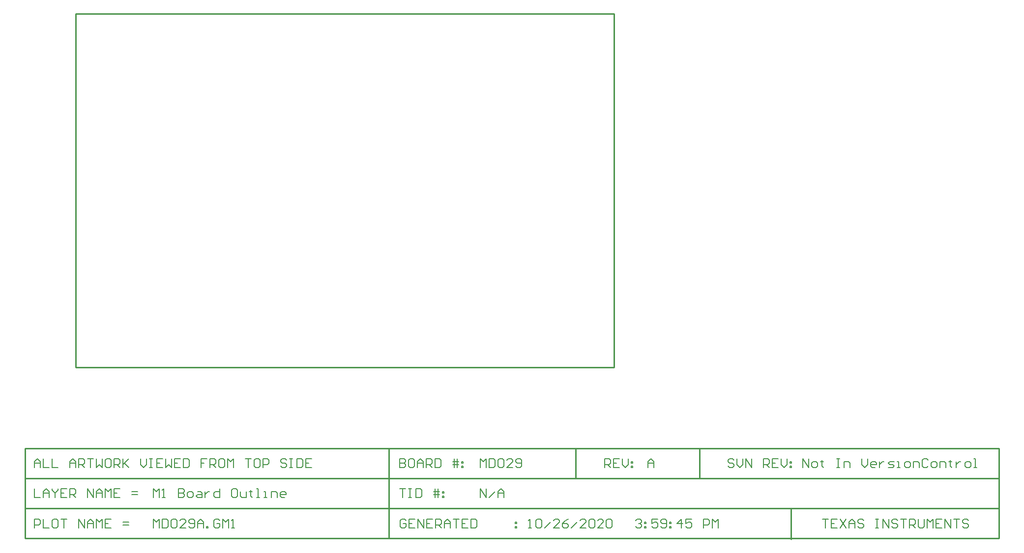
<source format=gm1>
G04*
G04 #@! TF.GenerationSoftware,Altium Limited,Altium Designer,18.1.9 (240)*
G04*
G04 Layer_Color=11296232*
%FSAX44Y44*%
%MOMM*%
G71*
G01*
G75*
%ADD15C,0.2032*%
%ADD16C,0.2540*%
G54D15*
X00322326Y00171579D02*
Y00186814D01*
X00327404Y00181735D01*
X00332483Y00186814D01*
Y00171579D01*
X00337561D02*
X00342639D01*
X00340100D01*
Y00186814D01*
X00337561Y00184275D01*
X00365492Y00186814D02*
Y00171579D01*
X00373110D01*
X00375649Y00174118D01*
Y00176657D01*
X00373110Y00179196D01*
X00365492D01*
X00373110D01*
X00375649Y00181735D01*
Y00184275D01*
X00373110Y00186814D01*
X00365492D01*
X00383266Y00171579D02*
X00388345D01*
X00390884Y00174118D01*
Y00179196D01*
X00388345Y00181735D01*
X00383266D01*
X00380727Y00179196D01*
Y00174118D01*
X00383266Y00171579D01*
X00398501Y00181735D02*
X00403580D01*
X00406119Y00179196D01*
Y00171579D01*
X00398501D01*
X00395962Y00174118D01*
X00398501Y00176657D01*
X00406119D01*
X00411197Y00181735D02*
Y00171579D01*
Y00176657D01*
X00413736Y00179196D01*
X00416276Y00181735D01*
X00418815D01*
X00436589Y00186814D02*
Y00171579D01*
X00428971D01*
X00426432Y00174118D01*
Y00179196D01*
X00428971Y00181735D01*
X00436589D01*
X00464520Y00186814D02*
X00459442D01*
X00456903Y00184275D01*
Y00174118D01*
X00459442Y00171579D01*
X00464520D01*
X00467059Y00174118D01*
Y00184275D01*
X00464520Y00186814D01*
X00472137Y00181735D02*
Y00174118D01*
X00474677Y00171579D01*
X00482294D01*
Y00181735D01*
X00489912Y00184275D02*
Y00181735D01*
X00487373D01*
X00492451D01*
X00489912D01*
Y00174118D01*
X00492451Y00171579D01*
X00500069D02*
X00505147D01*
X00502608D01*
Y00186814D01*
X00500069D01*
X00512764Y00171579D02*
X00517843D01*
X00515304D01*
Y00181735D01*
X00512764D01*
X00525460Y00171579D02*
Y00181735D01*
X00533078D01*
X00535617Y00179196D01*
Y00171579D01*
X00548313D02*
X00543234D01*
X00540695Y00174118D01*
Y00179196D01*
X00543234Y00181735D01*
X00548313D01*
X00550852Y00179196D01*
Y00176657D01*
X00540695D01*
X00885317Y00171450D02*
Y00186685D01*
X00895474Y00171450D01*
Y00186685D01*
X00900552Y00171450D02*
X00910709Y00181607D01*
X00915787Y00171450D02*
Y00181607D01*
X00920865Y00186685D01*
X00925944Y00181607D01*
Y00171450D01*
Y00179067D01*
X00915787D01*
X00746760Y00186685D02*
X00756917D01*
X00751838D01*
Y00171450D01*
X00761995Y00186685D02*
X00767073D01*
X00764534D01*
Y00171450D01*
X00761995D01*
X00767073D01*
X00774691Y00186685D02*
Y00171450D01*
X00782309D01*
X00784848Y00173989D01*
Y00184146D01*
X00782309Y00186685D01*
X00774691D01*
X00807700Y00171450D02*
Y00186685D01*
X00812779D02*
Y00171450D01*
X00805161Y00181607D02*
X00812779D01*
X00815318D01*
X00805161Y00176528D02*
X00815318D01*
X00820396Y00181607D02*
X00822935D01*
Y00179067D01*
X00820396D01*
Y00181607D01*
Y00173989D02*
X00822935D01*
Y00171450D01*
X00820396D01*
Y00173989D01*
X01474470Y00134530D02*
X01484627D01*
X01479548D01*
Y00119295D01*
X01499862Y00134530D02*
X01489705D01*
Y00119295D01*
X01499862D01*
X01489705Y00126912D02*
X01494783D01*
X01504940Y00134530D02*
X01515097Y00119295D01*
Y00134530D02*
X01504940Y00119295D01*
X01520175D02*
Y00129452D01*
X01525254Y00134530D01*
X01530332Y00129452D01*
Y00119295D01*
Y00126912D01*
X01520175D01*
X01545567Y00131991D02*
X01543028Y00134530D01*
X01537950D01*
X01535410Y00131991D01*
Y00129452D01*
X01537950Y00126912D01*
X01543028D01*
X01545567Y00124373D01*
Y00121834D01*
X01543028Y00119295D01*
X01537950D01*
X01535410Y00121834D01*
X01565880Y00134530D02*
X01570959D01*
X01568420D01*
Y00119295D01*
X01565880D01*
X01570959D01*
X01578576D02*
Y00134530D01*
X01588733Y00119295D01*
Y00134530D01*
X01603968Y00131991D02*
X01601429Y00134530D01*
X01596351D01*
X01593811Y00131991D01*
Y00129452D01*
X01596351Y00126912D01*
X01601429D01*
X01603968Y00124373D01*
Y00121834D01*
X01601429Y00119295D01*
X01596351D01*
X01593811Y00121834D01*
X01609046Y00134530D02*
X01619203D01*
X01614125D01*
Y00119295D01*
X01624281D02*
Y00134530D01*
X01631899D01*
X01634438Y00131991D01*
Y00126912D01*
X01631899Y00124373D01*
X01624281D01*
X01629360D02*
X01634438Y00119295D01*
X01639517Y00134530D02*
Y00121834D01*
X01642056Y00119295D01*
X01647134D01*
X01649673Y00121834D01*
Y00134530D01*
X01654752Y00119295D02*
Y00134530D01*
X01659830Y00129452D01*
X01664908Y00134530D01*
Y00119295D01*
X01680143Y00134530D02*
X01669987D01*
Y00119295D01*
X01680143D01*
X01669987Y00126912D02*
X01675065D01*
X01685222Y00119295D02*
Y00134530D01*
X01695379Y00119295D01*
Y00134530D01*
X01700457D02*
X01710614D01*
X01705535D01*
Y00119295D01*
X01725849Y00131991D02*
X01723309Y00134530D01*
X01718231D01*
X01715692Y00131991D01*
Y00129452D01*
X01718231Y00126912D01*
X01723309D01*
X01725849Y00124373D01*
Y00121834D01*
X01723309Y00119295D01*
X01718231D01*
X01715692Y00121834D01*
X01153287Y00131991D02*
X01155826Y00134530D01*
X01160904D01*
X01163444Y00131991D01*
Y00129452D01*
X01160904Y00126912D01*
X01158365D01*
X01160904D01*
X01163444Y00124373D01*
Y00121834D01*
X01160904Y00119295D01*
X01155826D01*
X01153287Y00121834D01*
X01168522Y00129452D02*
X01171061D01*
Y00126912D01*
X01168522D01*
Y00129452D01*
Y00121834D02*
X01171061D01*
Y00119295D01*
X01168522D01*
Y00121834D01*
X01191375Y00134530D02*
X01181218D01*
Y00126912D01*
X01186296Y00129452D01*
X01188836D01*
X01191375Y00126912D01*
Y00121834D01*
X01188836Y00119295D01*
X01183757D01*
X01181218Y00121834D01*
X01196453D02*
X01198992Y00119295D01*
X01204071D01*
X01206610Y00121834D01*
Y00131991D01*
X01204071Y00134530D01*
X01198992D01*
X01196453Y00131991D01*
Y00129452D01*
X01198992Y00126912D01*
X01206610D01*
X01211688Y00129452D02*
X01214227D01*
Y00126912D01*
X01211688D01*
Y00129452D01*
Y00121834D02*
X01214227D01*
Y00119295D01*
X01211688D01*
Y00121834D01*
X01232001Y00119295D02*
Y00134530D01*
X01224384Y00126912D01*
X01234541D01*
X01249776Y00134530D02*
X01239619D01*
Y00126912D01*
X01244697Y00129452D01*
X01247237D01*
X01249776Y00126912D01*
Y00121834D01*
X01247237Y00119295D01*
X01242158D01*
X01239619Y00121834D01*
X01270089Y00119295D02*
Y00134530D01*
X01277707D01*
X01280246Y00131991D01*
Y00126912D01*
X01277707Y00124373D01*
X01270089D01*
X01285324Y00119295D02*
Y00134530D01*
X01290403Y00129452D01*
X01295481Y00134530D01*
Y00119295D01*
X00117729D02*
Y00134530D01*
X00125346D01*
X00127886Y00131991D01*
Y00126912D01*
X00125346Y00124373D01*
X00117729D01*
X00132964Y00134530D02*
Y00119295D01*
X00143121D01*
X00155817Y00134530D02*
X00150738D01*
X00148199Y00131991D01*
Y00121834D01*
X00150738Y00119295D01*
X00155817D01*
X00158356Y00121834D01*
Y00131991D01*
X00155817Y00134530D01*
X00163434D02*
X00173591D01*
X00168513D01*
Y00119295D01*
X00193904D02*
Y00134530D01*
X00204061Y00119295D01*
Y00134530D01*
X00209139Y00119295D02*
Y00129452D01*
X00214218Y00134530D01*
X00219296Y00129452D01*
Y00119295D01*
Y00126912D01*
X00209139D01*
X00224375Y00119295D02*
Y00134530D01*
X00229453Y00129452D01*
X00234531Y00134530D01*
Y00119295D01*
X00249766Y00134530D02*
X00239610D01*
Y00119295D01*
X00249766D01*
X00239610Y00126912D02*
X00244688D01*
X00270080Y00124373D02*
X00280236D01*
X00270080Y00129452D02*
X00280236D01*
X00117729Y00186814D02*
Y00171579D01*
X00127886D01*
X00132964D02*
Y00181735D01*
X00138042Y00186814D01*
X00143121Y00181735D01*
Y00171579D01*
Y00179196D01*
X00132964D01*
X00148199Y00186814D02*
Y00184275D01*
X00153278Y00179196D01*
X00158356Y00184275D01*
Y00186814D01*
X00153278Y00179196D02*
Y00171579D01*
X00173591Y00186814D02*
X00163434D01*
Y00171579D01*
X00173591D01*
X00163434Y00179196D02*
X00168513D01*
X00178669Y00171579D02*
Y00186814D01*
X00186287D01*
X00188826Y00184275D01*
Y00179196D01*
X00186287Y00176657D01*
X00178669D01*
X00183748D02*
X00188826Y00171579D01*
X00209139D02*
Y00186814D01*
X00219296Y00171579D01*
Y00186814D01*
X00224375Y00171579D02*
Y00181735D01*
X00229453Y00186814D01*
X00234531Y00181735D01*
Y00171579D01*
Y00179196D01*
X00224375D01*
X00239610Y00171579D02*
Y00186814D01*
X00244688Y00181735D01*
X00249766Y00186814D01*
Y00171579D01*
X00265001Y00186814D02*
X00254845D01*
Y00171579D01*
X00265001D01*
X00254845Y00179196D02*
X00259923D01*
X00285315Y00176657D02*
X00295471D01*
X00285315Y00181735D02*
X00295471D01*
X00746760Y00238332D02*
Y00223097D01*
X00754378D01*
X00756917Y00225636D01*
Y00228175D01*
X00754378Y00230714D01*
X00746760D01*
X00754378D01*
X00756917Y00233253D01*
Y00235793D01*
X00754378Y00238332D01*
X00746760D01*
X00769613D02*
X00764534D01*
X00761995Y00235793D01*
Y00225636D01*
X00764534Y00223097D01*
X00769613D01*
X00772152Y00225636D01*
Y00235793D01*
X00769613Y00238332D01*
X00777230Y00223097D02*
Y00233253D01*
X00782309Y00238332D01*
X00787387Y00233253D01*
Y00223097D01*
Y00230714D01*
X00777230D01*
X00792465Y00223097D02*
Y00238332D01*
X00800083D01*
X00802622Y00235793D01*
Y00230714D01*
X00800083Y00228175D01*
X00792465D01*
X00797544D02*
X00802622Y00223097D01*
X00807700Y00238332D02*
Y00223097D01*
X00815318D01*
X00817857Y00225636D01*
Y00235793D01*
X00815318Y00238332D01*
X00807700D01*
X00840710Y00223097D02*
Y00238332D01*
X00845788D02*
Y00223097D01*
X00838170Y00233253D02*
X00845788D01*
X00848327D01*
X00838170Y00228175D02*
X00848327D01*
X00853406Y00233253D02*
X00855945D01*
Y00230714D01*
X00853406D01*
Y00233253D01*
Y00225636D02*
X00855945D01*
Y00223097D01*
X00853406D01*
Y00225636D01*
X00885317Y00223097D02*
Y00238332D01*
X00890395Y00233253D01*
X00895474Y00238332D01*
Y00223097D01*
X00900552Y00238332D02*
Y00223097D01*
X00908170D01*
X00910709Y00225636D01*
Y00235793D01*
X00908170Y00238332D01*
X00900552D01*
X00915787Y00235793D02*
X00918326Y00238332D01*
X00923405D01*
X00925944Y00235793D01*
Y00225636D01*
X00923405Y00223097D01*
X00918326D01*
X00915787Y00225636D01*
Y00235793D01*
X00941179Y00223097D02*
X00931022D01*
X00941179Y00233253D01*
Y00235793D01*
X00938640Y00238332D01*
X00933561D01*
X00931022Y00235793D01*
X00946257Y00225636D02*
X00948796Y00223097D01*
X00953875D01*
X00956414Y00225636D01*
Y00235793D01*
X00953875Y00238332D01*
X00948796D01*
X00946257Y00235793D01*
Y00233253D01*
X00948796Y00230714D01*
X00956414D01*
X01173861Y00223097D02*
Y00233253D01*
X01178939Y00238332D01*
X01184018Y00233253D01*
Y00223097D01*
Y00230714D01*
X01173861D01*
X00117729Y00223097D02*
Y00233253D01*
X00122807Y00238332D01*
X00127886Y00233253D01*
Y00223097D01*
Y00230714D01*
X00117729D01*
X00132964Y00238332D02*
Y00223097D01*
X00143121D01*
X00148199Y00238332D02*
Y00223097D01*
X00158356D01*
X00178669D02*
Y00233253D01*
X00183748Y00238332D01*
X00188826Y00233253D01*
Y00223097D01*
Y00230714D01*
X00178669D01*
X00193904Y00223097D02*
Y00238332D01*
X00201522D01*
X00204061Y00235793D01*
Y00230714D01*
X00201522Y00228175D01*
X00193904D01*
X00198983D02*
X00204061Y00223097D01*
X00209139Y00238332D02*
X00219296D01*
X00214218D01*
Y00223097D01*
X00224375Y00238332D02*
Y00223097D01*
X00229453Y00228175D01*
X00234531Y00223097D01*
Y00238332D01*
X00247227D02*
X00242149D01*
X00239610Y00235793D01*
Y00225636D01*
X00242149Y00223097D01*
X00247227D01*
X00249766Y00225636D01*
Y00235793D01*
X00247227Y00238332D01*
X00254845Y00223097D02*
Y00238332D01*
X00262462D01*
X00265001Y00235793D01*
Y00230714D01*
X00262462Y00228175D01*
X00254845D01*
X00259923D02*
X00265001Y00223097D01*
X00270080Y00238332D02*
Y00223097D01*
Y00228175D01*
X00280236Y00238332D01*
X00272619Y00230714D01*
X00280236Y00223097D01*
X00300550Y00238332D02*
Y00228175D01*
X00305628Y00223097D01*
X00310707Y00228175D01*
Y00238332D01*
X00315785D02*
X00320863D01*
X00318324D01*
Y00223097D01*
X00315785D01*
X00320863D01*
X00338638Y00238332D02*
X00328481D01*
Y00223097D01*
X00338638D01*
X00328481Y00230714D02*
X00333559D01*
X00343716Y00238332D02*
Y00223097D01*
X00348794Y00228175D01*
X00353873Y00223097D01*
Y00238332D01*
X00369108D02*
X00358951D01*
Y00223097D01*
X00369108D01*
X00358951Y00230714D02*
X00364029D01*
X00374186Y00238332D02*
Y00223097D01*
X00381804D01*
X00384343Y00225636D01*
Y00235793D01*
X00381804Y00238332D01*
X00374186D01*
X00414813D02*
X00404656D01*
Y00230714D01*
X00409734D01*
X00404656D01*
Y00223097D01*
X00419891D02*
Y00238332D01*
X00427509D01*
X00430048Y00235793D01*
Y00230714D01*
X00427509Y00228175D01*
X00419891D01*
X00424970D02*
X00430048Y00223097D01*
X00442744Y00238332D02*
X00437665D01*
X00435126Y00235793D01*
Y00225636D01*
X00437665Y00223097D01*
X00442744D01*
X00445283Y00225636D01*
Y00235793D01*
X00442744Y00238332D01*
X00450361Y00223097D02*
Y00238332D01*
X00455440Y00233253D01*
X00460518Y00238332D01*
Y00223097D01*
X00480832Y00238332D02*
X00490988D01*
X00485910D01*
Y00223097D01*
X00503684Y00238332D02*
X00498606D01*
X00496067Y00235793D01*
Y00225636D01*
X00498606Y00223097D01*
X00503684D01*
X00506223Y00225636D01*
Y00235793D01*
X00503684Y00238332D01*
X00511302Y00223097D02*
Y00238332D01*
X00518919D01*
X00521458Y00235793D01*
Y00230714D01*
X00518919Y00228175D01*
X00511302D01*
X00551929Y00235793D02*
X00549389Y00238332D01*
X00544311D01*
X00541772Y00235793D01*
Y00233253D01*
X00544311Y00230714D01*
X00549389D01*
X00551929Y00228175D01*
Y00225636D01*
X00549389Y00223097D01*
X00544311D01*
X00541772Y00225636D01*
X00557007Y00238332D02*
X00562085D01*
X00559546D01*
Y00223097D01*
X00557007D01*
X00562085D01*
X00569703Y00238332D02*
Y00223097D01*
X00577320D01*
X00579860Y00225636D01*
Y00235793D01*
X00577320Y00238332D01*
X00569703D01*
X00595095D02*
X00584938D01*
Y00223097D01*
X00595095D01*
X00584938Y00230714D02*
X00590016D01*
X00757425Y00131991D02*
X00754885Y00134530D01*
X00749807D01*
X00747268Y00131991D01*
Y00121834D01*
X00749807Y00119295D01*
X00754885D01*
X00757425Y00121834D01*
Y00126912D01*
X00752346D01*
X00772660Y00134530D02*
X00762503D01*
Y00119295D01*
X00772660D01*
X00762503Y00126912D02*
X00767581D01*
X00777738Y00119295D02*
Y00134530D01*
X00787895Y00119295D01*
Y00134530D01*
X00803130D02*
X00792973D01*
Y00119295D01*
X00803130D01*
X00792973Y00126912D02*
X00798052D01*
X00808208Y00119295D02*
Y00134530D01*
X00815826D01*
X00818365Y00131991D01*
Y00126912D01*
X00815826Y00124373D01*
X00808208D01*
X00813287D02*
X00818365Y00119295D01*
X00823443D02*
Y00129452D01*
X00828522Y00134530D01*
X00833600Y00129452D01*
Y00119295D01*
Y00126912D01*
X00823443D01*
X00838678Y00134530D02*
X00848835D01*
X00843757D01*
Y00119295D01*
X00864070Y00134530D02*
X00853913D01*
Y00119295D01*
X00864070D01*
X00853913Y00126912D02*
X00858992D01*
X00869149Y00134530D02*
Y00119295D01*
X00876766D01*
X00879305Y00121834D01*
Y00131991D01*
X00876766Y00134530D01*
X00869149D01*
X00945324Y00129452D02*
X00947863D01*
Y00126912D01*
X00945324D01*
Y00129452D01*
Y00121834D02*
X00947863D01*
Y00119295D01*
X00945324D01*
Y00121834D01*
X00968121Y00119295D02*
X00973199D01*
X00970660D01*
Y00134530D01*
X00968121Y00131991D01*
X00980817D02*
X00983356Y00134530D01*
X00988434D01*
X00990974Y00131991D01*
Y00121834D01*
X00988434Y00119295D01*
X00983356D01*
X00980817Y00121834D01*
Y00131991D01*
X00996052Y00119295D02*
X01006209Y00129452D01*
X01021444Y00119295D02*
X01011287D01*
X01021444Y00129452D01*
Y00131991D01*
X01018905Y00134530D01*
X01013826D01*
X01011287Y00131991D01*
X01036679Y00134530D02*
X01031600Y00131991D01*
X01026522Y00126912D01*
Y00121834D01*
X01029061Y00119295D01*
X01034140D01*
X01036679Y00121834D01*
Y00124373D01*
X01034140Y00126912D01*
X01026522D01*
X01041757Y00119295D02*
X01051914Y00129452D01*
X01067149Y00119295D02*
X01056992D01*
X01067149Y00129452D01*
Y00131991D01*
X01064610Y00134530D01*
X01059531D01*
X01056992Y00131991D01*
X01072227D02*
X01074766Y00134530D01*
X01079845D01*
X01082384Y00131991D01*
Y00121834D01*
X01079845Y00119295D01*
X01074766D01*
X01072227Y00121834D01*
Y00131991D01*
X01097619Y00119295D02*
X01087462D01*
X01097619Y00129452D01*
Y00131991D01*
X01095080Y00134530D01*
X01090002D01*
X01087462Y00131991D01*
X01102698D02*
X01105237Y00134530D01*
X01110315D01*
X01112854Y00131991D01*
Y00121834D01*
X01110315Y00119295D01*
X01105237D01*
X01102698Y00121834D01*
Y00131991D01*
X00322326Y00119295D02*
Y00134530D01*
X00327404Y00129452D01*
X00332483Y00134530D01*
Y00119295D01*
X00337561Y00134530D02*
Y00119295D01*
X00345179D01*
X00347718Y00121834D01*
Y00131991D01*
X00345179Y00134530D01*
X00337561D01*
X00352796Y00131991D02*
X00355335Y00134530D01*
X00360414D01*
X00362953Y00131991D01*
Y00121834D01*
X00360414Y00119295D01*
X00355335D01*
X00352796Y00121834D01*
Y00131991D01*
X00378188Y00119295D02*
X00368031D01*
X00378188Y00129452D01*
Y00131991D01*
X00375649Y00134530D01*
X00370570D01*
X00368031Y00131991D01*
X00383266Y00121834D02*
X00385806Y00119295D01*
X00390884D01*
X00393423Y00121834D01*
Y00131991D01*
X00390884Y00134530D01*
X00385806D01*
X00383266Y00131991D01*
Y00129452D01*
X00385806Y00126912D01*
X00393423D01*
X00398501Y00119295D02*
Y00129452D01*
X00403580Y00134530D01*
X00408658Y00129452D01*
Y00119295D01*
Y00126912D01*
X00398501D01*
X00413736Y00119295D02*
Y00121834D01*
X00416276D01*
Y00119295D01*
X00413736D01*
X00436589Y00131991D02*
X00434050Y00134530D01*
X00428971D01*
X00426432Y00131991D01*
Y00121834D01*
X00428971Y00119295D01*
X00434050D01*
X00436589Y00121834D01*
Y00126912D01*
X00431511D01*
X00441667Y00119295D02*
Y00134530D01*
X00446746Y00129452D01*
X00451824Y00134530D01*
Y00119295D01*
X00456903D02*
X00461981D01*
X00459442D01*
Y00134530D01*
X00456903Y00131991D01*
X01099820Y00223097D02*
Y00238332D01*
X01107438D01*
X01109977Y00235793D01*
Y00230714D01*
X01107438Y00228175D01*
X01099820D01*
X01104898D02*
X01109977Y00223097D01*
X01125212Y00238332D02*
X01115055D01*
Y00223097D01*
X01125212D01*
X01115055Y00230714D02*
X01120133D01*
X01130290Y00238332D02*
Y00228175D01*
X01135368Y00223097D01*
X01140447Y00228175D01*
Y00238332D01*
X01145525Y00233253D02*
X01148064D01*
Y00230714D01*
X01145525D01*
Y00233253D01*
Y00225636D02*
X01148064D01*
Y00223097D01*
X01145525D01*
Y00225636D01*
X01322829Y00235793D02*
X01320289Y00238332D01*
X01315211D01*
X01312672Y00235793D01*
Y00233253D01*
X01315211Y00230714D01*
X01320289D01*
X01322829Y00228175D01*
Y00225636D01*
X01320289Y00223097D01*
X01315211D01*
X01312672Y00225636D01*
X01327907Y00238332D02*
Y00228175D01*
X01332985Y00223097D01*
X01338064Y00228175D01*
Y00238332D01*
X01343142Y00223097D02*
Y00238332D01*
X01353299Y00223097D01*
Y00238332D01*
X01373612Y00223097D02*
Y00238332D01*
X01381230D01*
X01383769Y00235793D01*
Y00230714D01*
X01381230Y00228175D01*
X01373612D01*
X01378691D02*
X01383769Y00223097D01*
X01399004Y00238332D02*
X01388847D01*
Y00223097D01*
X01399004D01*
X01388847Y00230714D02*
X01393926D01*
X01404082Y00238332D02*
Y00228175D01*
X01409161Y00223097D01*
X01414239Y00228175D01*
Y00238332D01*
X01419317Y00233253D02*
X01421857D01*
Y00230714D01*
X01419317D01*
Y00233253D01*
Y00225636D02*
X01421857D01*
Y00223097D01*
X01419317D01*
Y00225636D01*
X01441196Y00223097D02*
Y00238332D01*
X01451353Y00223097D01*
Y00238332D01*
X01458970Y00223097D02*
X01464049D01*
X01466588Y00225636D01*
Y00230714D01*
X01464049Y00233253D01*
X01458970D01*
X01456431Y00230714D01*
Y00225636D01*
X01458970Y00223097D01*
X01474205Y00235793D02*
Y00233253D01*
X01471666D01*
X01476745D01*
X01474205D01*
Y00225636D01*
X01476745Y00223097D01*
X01499597Y00238332D02*
X01504675D01*
X01502136D01*
Y00223097D01*
X01499597D01*
X01504675D01*
X01512293D02*
Y00233253D01*
X01519910D01*
X01522450Y00230714D01*
Y00223097D01*
X01542763Y00238332D02*
Y00228175D01*
X01547841Y00223097D01*
X01552920Y00228175D01*
Y00238332D01*
X01565616Y00223097D02*
X01560537D01*
X01557998Y00225636D01*
Y00230714D01*
X01560537Y00233253D01*
X01565616D01*
X01568155Y00230714D01*
Y00228175D01*
X01557998D01*
X01573233Y00233253D02*
Y00223097D01*
Y00228175D01*
X01575773Y00230714D01*
X01578312Y00233253D01*
X01580851D01*
X01588468Y00223097D02*
X01596086D01*
X01598625Y00225636D01*
X01596086Y00228175D01*
X01591008D01*
X01588468Y00230714D01*
X01591008Y00233253D01*
X01598625D01*
X01603703Y00223097D02*
X01608782D01*
X01606243D01*
Y00233253D01*
X01603703D01*
X01618938Y00223097D02*
X01624017D01*
X01626556Y00225636D01*
Y00230714D01*
X01624017Y00233253D01*
X01618938D01*
X01616399Y00230714D01*
Y00225636D01*
X01618938Y00223097D01*
X01631634D02*
Y00233253D01*
X01639252D01*
X01641791Y00230714D01*
Y00223097D01*
X01657026Y00235793D02*
X01654487Y00238332D01*
X01649409D01*
X01646870Y00235793D01*
Y00225636D01*
X01649409Y00223097D01*
X01654487D01*
X01657026Y00225636D01*
X01664644Y00223097D02*
X01669722D01*
X01672261Y00225636D01*
Y00230714D01*
X01669722Y00233253D01*
X01664644D01*
X01662104Y00230714D01*
Y00225636D01*
X01664644Y00223097D01*
X01677340D02*
Y00233253D01*
X01684957D01*
X01687496Y00230714D01*
Y00223097D01*
X01695114Y00235793D02*
Y00233253D01*
X01692575D01*
X01697653D01*
X01695114D01*
Y00225636D01*
X01697653Y00223097D01*
X01705271Y00233253D02*
Y00223097D01*
Y00228175D01*
X01707810Y00230714D01*
X01710349Y00233253D01*
X01712888D01*
X01723045Y00223097D02*
X01728123D01*
X01730662Y00225636D01*
Y00230714D01*
X01728123Y00233253D01*
X01723045D01*
X01720506Y00230714D01*
Y00225636D01*
X01723045Y00223097D01*
X01735741D02*
X01740819D01*
X01738280D01*
Y00238332D01*
X01735741D01*
G54D16*
X00188468Y00395986D02*
X01115568D01*
Y01005586D01*
X00188468D02*
X01115568D01*
X00188468Y00395986D02*
Y01005586D01*
X01420876Y00100076D02*
Y00151596D01*
X01118870Y00101727D02*
X01778508D01*
Y00256667D01*
X00727710Y00101727D02*
Y00256667D01*
X00101600Y00101727D02*
Y00256667D01*
X00101727Y00101727D02*
X00501904D01*
X00101727D02*
Y00256667D01*
X01778508D01*
X00101600Y00101727D02*
X01118870D01*
X00101600Y00153374D02*
X01778000D01*
X00101600Y00205020D02*
X01778508D01*
X01049528D02*
Y00256667D01*
X01262888Y00205020D02*
Y00256667D01*
M02*

</source>
